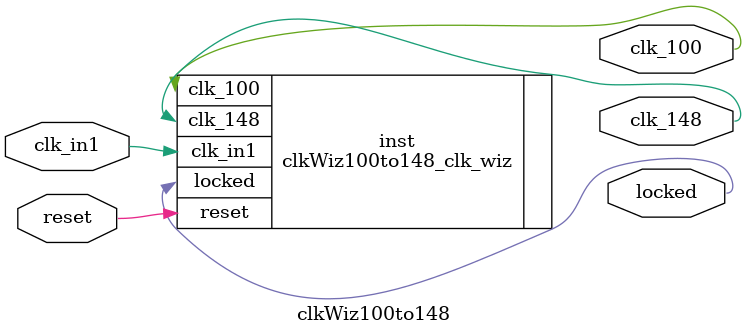
<source format=v>


`timescale 1ps/1ps

(* CORE_GENERATION_INFO = "clkWiz100to148,clk_wiz_v6_0_5_0_0,{component_name=clkWiz100to148,use_phase_alignment=true,use_min_o_jitter=false,use_max_i_jitter=false,use_dyn_phase_shift=false,use_inclk_switchover=false,use_dyn_reconfig=false,enable_axi=0,feedback_source=FDBK_AUTO,PRIMITIVE=MMCM,num_out_clk=2,clkin1_period=10.000,clkin2_period=10.000,use_power_down=false,use_reset=true,use_locked=true,use_inclk_stopped=false,feedback_type=SINGLE,CLOCK_MGR_TYPE=NA,manual_override=false}" *)

module clkWiz100to148 
 (
  // Clock out ports
  output        clk_148,
  output        clk_100,
  // Status and control signals
  input         reset,
  output        locked,
 // Clock in ports
  input         clk_in1
 );

  clkWiz100to148_clk_wiz inst
  (
  // Clock out ports  
  .clk_148(clk_148),
  .clk_100(clk_100),
  // Status and control signals               
  .reset(reset), 
  .locked(locked),
 // Clock in ports
  .clk_in1(clk_in1)
  );

endmodule

</source>
